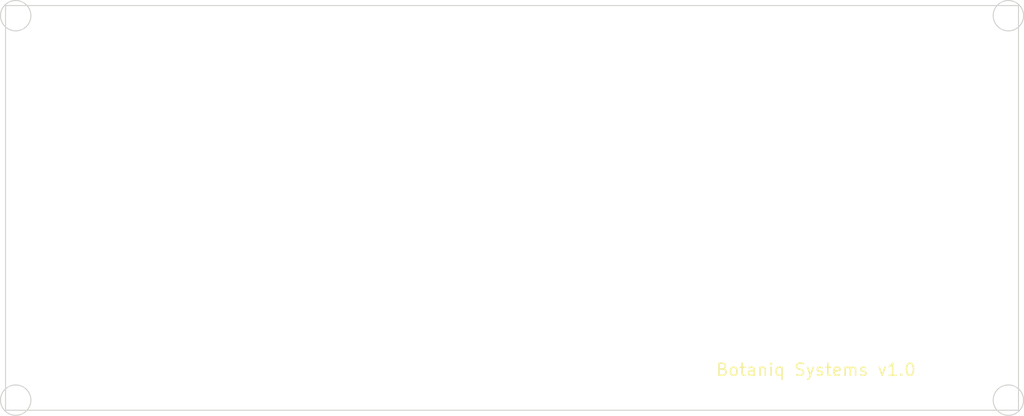
<source format=kicad_pcb>
(kicad_pcb (version 20221018) (generator kicad)
  (general (thickness 1.6))
  (paper "A4")
  (title_block
    (title "ESP32-S3 Relay Sensor Board")
    (company "Botaniq Systems")
    (rev "v1.0")
  )
  (layers
    (0 "F.Cu" signal)
    (31 "B.Cu" signal)
    (36 "B.SilkS" user)
    (37 "F.SilkS" user)
    (44 "Edge.Cuts" user)
  )
  (gr_line (start 0 0) (end 100 0) (layer Edge.Cuts) (width 0.1))
  (gr_line (start 100 0) (end 100 40) (layer Edge.Cuts) (width 0.1))
  (gr_line (start 100 40) (end 0 40) (layer Edge.Cuts) (width 0.1))
  (gr_line (start 0 40) (end 0 0) (layer Edge.Cuts) (width 0.1))
  (gr_text "Botaniq Systems v1.0" (at 80 36) (layer F.SilkS)
    (effects (font (size 1.2 1.2) (thickness 0.15)))
  )
  (gr_circle (center 1 1) (end 2.5 1) (layer Edge.Cuts) (width 0.1))
  (gr_circle (center 99 1) (end 100.5 1) (layer Edge.Cuts) (width 0.1))
  (gr_circle (center 1 39) (end 2.5 39) (layer Edge.Cuts) (width 0.1))
  (gr_circle (center 99 39) (end 100.5 39) (layer Edge.Cuts) (width 0.1))
)


</source>
